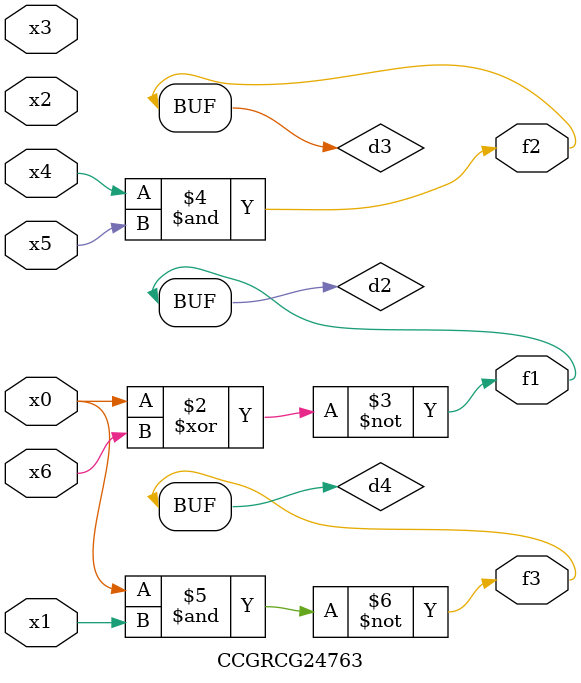
<source format=v>
module CCGRCG24763(
	input x0, x1, x2, x3, x4, x5, x6,
	output f1, f2, f3
);

	wire d1, d2, d3, d4;

	nor (d1, x0);
	xnor (d2, x0, x6);
	and (d3, x4, x5);
	nand (d4, x0, x1);
	assign f1 = d2;
	assign f2 = d3;
	assign f3 = d4;
endmodule

</source>
